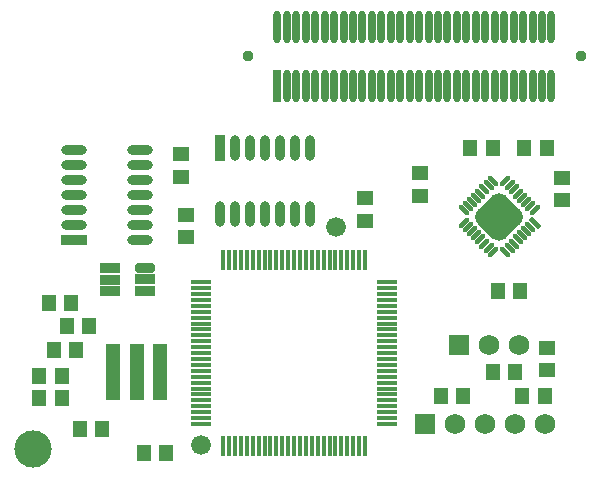
<source format=gbs>
G04 Rezonit PCAD EXPORT*
G04 layer position = 3*
G04 layer base position = 3*
G04 layer type = 9*
G04 layer flash color = 8*
G04 layer line color = 9*
G04*
G04  File:            M_RPL_9092_R1.GBS, Thu Sep 14 14:30:10 2023*
G04  Source:          P-CAD 2006 PCB, Version 19.02.958, (S:\Ïðîåêòû\GIT\R_DX_DXE_âçðûâîçàùèùåííûé_ïóëüò\Pcb\Pcad\M_Rpl_9092_r1.pcb)*
G04  Format:          Gerber Format (RS-274-D), ASCII*
G04*
G04  Format Options:  Absolute Positioning*
G04                   Leading-Zero Suppression*
G04                   Scale Factor 1:1*
G04                   NO Circular Interpolation*
G04                   Millimeter Units*
G04                   Numeric Format: 4.4 (XXXX.XXXX)*
G04                   G54 NOT Used for Aperture Change*
G04                   Apertures Embedded*
G04*
G04  File Options:    Offset = (0.000mm,0.000mm)*
G04                   Drill Symbol Size = 0.000mm*
G04                   No Pad/Via Holes*
G04*
G04  File Contents:   Pads*
G04                   No Vias*
G04                   No Designators*
G04                   No Types*
G04                   No Values*
G04                   No Drill Symbols*
G04                   Bot Mask*
G04*
%INM_RPL_9092_R1.GBS*%
%ICAS*%
%MOMM*%
G04*
G04  Aperture MACROs for general use --- invoked via D-code assignment *
G04*
G04  General MACRO for flashed round with rotation and/or offset hole *
%AMROTOFFROUND*
1,1,$1,0.0000,0.0000*
1,0,$2,$3,$4*%
G04*
G04  General MACRO for flashed oval (obround) with rotation and/or offset hole *
%AMROTOFFOVAL*
21,1,$1,$2,0.0000,0.0000,$3*
1,1,$4,$5,$6*
1,1,$4,0-$5,0-$6*
1,0,$7,$8,$9*%
G04*
G04  General MACRO for flashed oval (obround) with rotation and no hole *
%AMROTOVALNOHOLE*
21,1,$1,$2,0.0000,0.0000,$3*
1,1,$4,$5,$6*
1,1,$4,0-$5,0-$6*%
G04*
G04  General MACRO for flashed rectangle with rotation and/or offset hole *
%AMROTOFFRECT*
21,1,$1,$2,0.0000,0.0000,$3*
1,0,$4,$5,$6*%
G04*
G04  General MACRO for flashed rectangle with rotation and no hole *
%AMROTRECTNOHOLE*
21,1,$1,$2,0.0000,0.0000,$3*%
G04*
G04  General MACRO for flashed rounded-rectangle *
%AMROUNDRECT*
21,1,$1,$2-$4,0.0000,0.0000,$3*
21,1,$1-$4,$2,0.0000,0.0000,$3*
1,1,$4,$5,$6*
1,1,$4,$7,$8*
1,1,$4,0-$5,0-$6*
1,1,$4,0-$7,0-$8*
1,0,$9,$10,$11*%
G04*
G04  General MACRO for flashed rounded-rectangle with rotation and no hole *
%AMROUNDRECTNOHOLE*
21,1,$1,$2-$4,0.0000,0.0000,$3*
21,1,$1-$4,$2,0.0000,0.0000,$3*
1,1,$4,$5,$6*
1,1,$4,$7,$8*
1,1,$4,0-$5,0-$6*
1,1,$4,0-$7,0-$8*%
G04*
G04  General MACRO for flashed regular polygon *
%AMREGPOLY*
5,1,$1,0.0000,0.0000,$2,$3+$4*
1,0,$5,$6,$7*%
G04*
G04  General MACRO for flashed regular polygon with no hole *
%AMREGPOLYNOHOLE*
5,1,$1,0.0000,0.0000,$2,$3+$4*%
G04*
G04  General MACRO for target *
%AMTARGET*
6,0,0,$1,$2,$3,4,$4,$5,$6*%
G04*
G04  General MACRO for mounting hole *
%AMMTHOLE*
1,1,$1,0,0*
1,0,$2,0,0*
$1=$1-$2*
$1=$1/2*
21,1,$2+$1,$3,0,0,$4*
21,1,$3,$2+$1,0,0,$4*%
G04*
G04*
G04  D10 : "Ellipse X0.001mm Y0.001mm H0.000mm 0.0deg (0.000mm,0.000mm) Draw"*
G04  Disc: OuterDia=0.0010*
%ADD10C, 0.0010*%
G04  D11 : "Ellipse X0.254mm Y0.254mm H0.000mm 0.0deg (0.000mm,0.000mm) Draw"*
G04  Disc: OuterDia=0.2540*
%ADD11C, 0.2540*%
G04  D12 : "Ellipse X0.381mm Y0.381mm H0.000mm 0.0deg (0.000mm,0.000mm) Draw"*
G04  Disc: OuterDia=0.3810*
%ADD12C, 0.3810*%
G04  D13 : "Ellipse X0.400mm Y0.400mm H0.000mm 0.0deg (0.000mm,0.000mm) Draw"*
G04  Disc: OuterDia=0.4000*
%ADD13C, 0.4000*%
G04  D14 : "Ellipse X0.100mm Y0.100mm H0.000mm 0.0deg (0.000mm,0.000mm) Draw"*
G04  Disc: OuterDia=0.1000*
%ADD14C, 0.1000*%
G04  D15 : "Ellipse X1.000mm Y1.000mm H0.000mm 0.0deg (0.000mm,0.000mm) Draw"*
G04  Disc: OuterDia=1.0000*
%ADD15C, 1.0000*%
G04  D16 : "Ellipse X0.127mm Y0.127mm H0.000mm 0.0deg (0.000mm,0.000mm) Draw"*
G04  Disc: OuterDia=0.1270*
%ADD16C, 0.1270*%
G04  D17 : "Ellipse X0.150mm Y0.150mm H0.000mm 0.0deg (0.000mm,0.000mm) Draw"*
G04  Disc: OuterDia=0.1500*
%ADD17C, 0.1500*%
G04  D18 : "Ellipse X0.154mm Y0.154mm H0.000mm 0.0deg (0.000mm,0.000mm) Draw"*
G04  Disc: OuterDia=0.1540*
%ADD18C, 0.1540*%
G04  D19 : "Ellipse X0.200mm Y0.200mm H0.000mm 0.0deg (0.000mm,0.000mm) Draw"*
G04  Disc: OuterDia=0.2000*
%ADD19C, 0.2000*%
G04  D20 : "Ellipse X0.250mm Y0.250mm H0.000mm 0.0deg (0.000mm,0.000mm) Draw"*
G04  Disc: OuterDia=0.2500*
%ADD20C, 0.2500*%
G04  D21 : "Ellipse X3.152mm Y3.152mm H0.000mm 0.0deg (0.000mm,0.000mm) Flash"*
G04  Disc: OuterDia=3.1520*
%ADD21C, 3.1520*%
G04  D22 : "Ellipse X0.952mm Y0.952mm H0.000mm 0.0deg (0.000mm,0.000mm) Flash"*
G04  Disc: OuterDia=0.9520*
%ADD22C, 0.9520*%
G04  D23 : "Ellipse X1.524mm Y1.524mm H0.000mm 0.0deg (0.000mm,0.000mm) Flash"*
G04  Disc: OuterDia=1.5240*
%ADD23C, 1.5240*%
G04  D24 : "Ellipse X1.600mm Y1.600mm H0.000mm 0.0deg (0.000mm,0.000mm) Flash"*
G04  Disc: OuterDia=1.6000*
%ADD24C, 1.6000*%
G04  D25 : "Ellipse X1.676mm Y1.676mm H0.000mm 0.0deg (0.000mm,0.000mm) Flash"*
G04  Disc: OuterDia=1.6760*
%ADD25C, 1.6760*%
G04  D26 : "Ellipse X1.752mm Y1.752mm H0.000mm 0.0deg (0.000mm,0.000mm) Flash"*
G04  Disc: OuterDia=1.7520*
%ADD26C, 1.7520*%
G04  D27 : "Mounting Hole X3.000mm Y3.000mm H0.000mm 0.0deg (0.000mm,0.000mm) Flash"*
G04  Mounting Hole: Diameter=3.0000, Rotation=0.0, LineWidth=0.1270 *
%ADD27MTHOLE, 3.0000 X2.4920 X0.1270 X0.0*%
G04  D28 : "Mounting Hole X0.800mm Y0.800mm H0.000mm 0.0deg (0.000mm,0.000mm) Flash"*
G04  Mounting Hole: Diameter=0.8000, Rotation=0.0, LineWidth=0.1270 *
%ADD28MTHOLE, 0.8000 X0.2920 X0.1270 X0.0*%
G04  D29 : "Oval X0.500mm Y2.600mm H0.000mm 0.0deg (0.000mm,0.000mm) Flash"*
G04  Obround: DimX=0.5000, DimY=2.6000, Rotation=0.0, OffsetX=0.0000, OffsetY=0.0000, HoleDia=0.0000 *
%ADD29O, 0.5000 X2.6000*%
G04  D30 : "Oval X0.652mm Y2.752mm H0.000mm 0.0deg (0.000mm,0.000mm) Flash"*
G04  Obround: DimX=0.6520, DimY=2.7520, Rotation=0.0, OffsetX=0.0000, OffsetY=0.0000, HoleDia=0.0000 *
%ADD30O, 0.6520 X2.7520*%
G04  D31 : "Oval X0.280mm Y1.000mm H0.000mm 135.0deg (0.000mm,0.000mm) Flash"*
G04  Obround: DimX=0.2800, DimY=1.0000, Rotation=135.0, OffsetX=0.0000, OffsetY=0.0000, HoleDia=0.0000 *
%ADD31ROTOVALNOHOLE, 0.2800 X0.7200 X135.0 X0.2800 X0.2546 X0.2546*%
G04  D32 : "Oval X0.280mm Y1.000mm H0.000mm 225.0deg (0.000mm,0.000mm) Flash"*
G04  Obround: DimX=0.2800, DimY=1.0000, Rotation=225.0, OffsetX=0.0000, OffsetY=0.0000, HoleDia=0.0000 *
%ADD32ROTOVALNOHOLE, 0.2800 X0.7200 X225.0 X0.2800 X-0.2546 X0.2546*%
G04  D33 : "Oval X0.432mm Y1.152mm H0.000mm 135.0deg (0.000mm,0.000mm) Flash"*
G04  Obround: DimX=0.4320, DimY=1.1520, Rotation=135.0, OffsetX=0.0000, OffsetY=0.0000, HoleDia=0.0000 *
%ADD33ROTOVALNOHOLE, 0.4320 X0.7200 X135.0 X0.4320 X0.2546 X0.2546*%
G04  D34 : "Oval X0.432mm Y1.152mm H0.000mm 225.0deg (0.000mm,0.000mm) Flash"*
G04  Obround: DimX=0.4320, DimY=1.1520, Rotation=225.0, OffsetX=0.0000, OffsetY=0.0000, HoleDia=0.0000 *
%ADD34ROTOVALNOHOLE, 0.4320 X0.7200 X225.0 X0.4320 X-0.2546 X0.2546*%
G04  D35 : "Oval X2.032mm Y0.660mm H0.000mm 0.0deg (0.000mm,0.000mm) Flash"*
G04  Obround: DimX=2.0320, DimY=0.6604, Rotation=0.0, OffsetX=0.0000, OffsetY=0.0000, HoleDia=0.0000 *
%ADD35O, 2.0320 X0.6604*%
G04  D36 : "Oval X0.660mm Y2.032mm H0.000mm 0.0deg (0.000mm,0.000mm) Flash"*
G04  Obround: DimX=0.6604, DimY=2.0320, Rotation=0.0, OffsetX=0.0000, OffsetY=0.0000, HoleDia=0.0000 *
%ADD36O, 0.6604 X2.0320*%
G04  D37 : "Oval X2.184mm Y0.812mm H0.000mm 0.0deg (0.000mm,0.000mm) Flash"*
G04  Obround: DimX=2.1840, DimY=0.8124, Rotation=0.0, OffsetX=0.0000, OffsetY=0.0000, HoleDia=0.0000 *
%ADD37O, 2.1840 X0.8124*%
G04  D38 : "Oval X0.812mm Y2.184mm H0.000mm 0.0deg (0.000mm,0.000mm) Flash"*
G04  Obround: DimX=0.8124, DimY=2.1840, Rotation=0.0, OffsetX=0.0000, OffsetY=0.0000, HoleDia=0.0000 *
%ADD38O, 0.8124 X2.1840*%
G04  D39 : "Rounded Rectangle X3.200mm Y3.200mm H0.000mm 225.0deg (0.000mm,0.000mm) Flash"*
G04  RoundRct: DimX=3.2000, DimY=3.2000, CornerRad=0.8000, Rotation=225.0, OffsetX=0.0000, OffsetY=0.0000, HoleDia=0.0000 *
%ADD39ROUNDRECTNOHOLE, 3.2000 X3.2000 X225.0 X1.6000 X0.0000 X1.1314 X1.1314 X-0.0000*%
G04  D40 : "Rounded Rectangle X3.352mm Y3.352mm H0.000mm 225.0deg (0.000mm,0.000mm) Flash"*
G04  RoundRct: DimX=3.3520, DimY=3.3520, CornerRad=0.8380, Rotation=225.0, OffsetX=0.0000, OffsetY=0.0000, HoleDia=0.0000 *
%ADD40ROUNDRECTNOHOLE, 3.3520 X3.3520 X225.0 X1.6760 X0.0000 X1.1851 X1.1851 X-0.0000*%
G04  D41 : "Rounded Rectangle X1.500mm Y0.660mm H0.000mm 0.0deg (0.000mm,0.000mm) Flash"*
G04  RoundRct: DimX=1.5000, DimY=0.6604, CornerRad=0.1651, Rotation=0.0, OffsetX=0.0000, OffsetY=0.0000, HoleDia=0.0000 *
%ADD41ROUNDRECTNOHOLE, 1.5000 X0.6604 X0.0 X0.3302 X-0.5849 X-0.1651 X-0.5849 X0.1651*%
G04  D42 : "Rounded Rectangle X1.652mm Y0.812mm H0.000mm 0.0deg (0.000mm,0.000mm) Flash"*
G04  RoundRct: DimX=1.6520, DimY=0.8124, CornerRad=0.2031, Rotation=0.0, OffsetX=0.0000, OffsetY=0.0000, HoleDia=0.0000 *
%ADD42ROUNDRECTNOHOLE, 1.6520 X0.8124 X0.0 X0.4062 X-0.6229 X-0.2031 X-0.6229 X0.2031*%
G04  D43 : "Rectangle X0.500mm Y2.600mm H0.000mm 0.0deg (0.000mm,0.000mm) Flash"*
G04  Rectangular: DimX=0.5000, DimY=2.6000, Rotation=0.0, OffsetX=0.0000, OffsetY=0.0000, HoleDia=0.0000 *
%ADD43R, 0.5000 X2.6000*%
G04  D44 : "Rectangle X0.652mm Y2.752mm H0.000mm 0.0deg (0.000mm,0.000mm) Flash"*
G04  Rectangular: DimX=0.6520, DimY=2.7520, Rotation=0.0, OffsetX=0.0000, OffsetY=0.0000, HoleDia=0.0000 *
%ADD44R, 0.6520 X2.7520*%
G04  D45 : "Rectangle X0.280mm Y1.000mm H0.000mm 225.0deg (0.000mm,0.000mm) Flash"*
G04  Rectangular: DimX=0.2800, DimY=1.0000, Rotation=225.0, OffsetX=0.0000, OffsetY=0.0000, HoleDia=0.0000 *
%ADD45ROTRECTNOHOLE, 0.2800 X1.0000 X225.0*%
G04  D46 : "Rectangle X2.150mm Y3.500mm H0.000mm 0.0deg (0.000mm,0.000mm) Flash"*
G04  Rectangular: DimX=2.1500, DimY=3.5000, Rotation=0.0, OffsetX=0.0000, OffsetY=0.0000, HoleDia=0.0000 *
%ADD46R, 2.1500 X3.5000*%
G04  D47 : "Rectangle X2.302mm Y3.652mm H0.000mm 0.0deg (0.000mm,0.000mm) Flash"*
G04  Rectangular: DimX=2.3020, DimY=3.6520, Rotation=0.0, OffsetX=0.0000, OffsetY=0.0000, HoleDia=0.0000 *
%ADD47R, 2.3020 X3.6520*%
G04  D48 : "Rectangle X0.402mm Y1.752mm H0.000mm 0.0deg (0.000mm,0.000mm) Flash"*
G04  Rectangular: DimX=0.4020, DimY=1.7520, Rotation=0.0, OffsetX=0.0000, OffsetY=0.0000, HoleDia=0.0000 *
%ADD48R, 0.4020 X1.7520*%
G04  D49 : "Rectangle X1.752mm Y0.402mm H0.000mm 0.0deg (0.000mm,0.000mm) Flash"*
G04  Rectangular: DimX=1.7520, DimY=0.4020, Rotation=0.0, OffsetX=0.0000, OffsetY=0.0000, HoleDia=0.0000 *
%ADD49R, 1.7520 X0.4020*%
G04  D50 : "Rectangle X0.432mm Y1.152mm H0.000mm 225.0deg (0.000mm,0.000mm) Flash"*
G04  Rectangular: DimX=0.4320, DimY=1.1520, Rotation=225.0, OffsetX=0.0000, OffsetY=0.0000, HoleDia=0.0000 *
%ADD50ROTRECTNOHOLE, 0.4320 X1.1520 X225.0*%
G04  D51 : "Rectangle X1.100mm Y4.600mm H0.000mm 0.0deg (0.000mm,0.000mm) Flash"*
G04  Rectangular: DimX=1.1000, DimY=4.6000, Rotation=0.0, OffsetX=0.0000, OffsetY=0.0000, HoleDia=0.0000 *
%ADD51R, 1.1000 X4.6000*%
G04  D52 : "Rectangle X1.252mm Y4.752mm H0.000mm 0.0deg (0.000mm,0.000mm) Flash"*
G04  Rectangular: DimX=1.2520, DimY=4.7520, Rotation=0.0, OffsetX=0.0000, OffsetY=0.0000, HoleDia=0.0000 *
%ADD52R, 1.2520 X4.7520*%
G04  D53 : "Rectangle X1.100mm Y1.200mm H0.000mm 0.0deg (0.000mm,0.000mm) Flash"*
G04  Rectangular: DimX=1.1000, DimY=1.2000, Rotation=0.0, OffsetX=0.0000, OffsetY=0.0000, HoleDia=0.0000 *
%ADD53R, 1.1000 X1.2000*%
G04  D54 : "Rectangle X1.200mm Y1.100mm H0.000mm 0.0deg (0.000mm,0.000mm) Flash"*
G04  Rectangular: DimX=1.2000, DimY=1.1000, Rotation=0.0, OffsetX=0.0000, OffsetY=0.0000, HoleDia=0.0000 *
%ADD54R, 1.2000 X1.1000*%
G04  D55 : "Rectangle X2.150mm Y1.100mm H0.000mm 0.0deg (0.000mm,0.000mm) Flash"*
G04  Rectangular: DimX=2.1500, DimY=1.1000, Rotation=0.0, OffsetX=0.0000, OffsetY=0.0000, HoleDia=0.0000 *
%ADD55R, 2.1500 X1.1000*%
G04  D56 : "Rectangle X2.150mm Y1.100mm H0.000mm 0.0deg (0.000mm,0.000mm) Flash"*
G04  Rectangular: DimX=2.1500, DimY=1.1000, Rotation=0.0, OffsetX=0.0000, OffsetY=0.0000, HoleDia=0.0000 *
%ADD56R, 2.1500 X1.1000*%
G04  D57 : "Rectangle X1.200mm Y1.200mm H0.000mm 0.0deg (0.000mm,0.000mm) Flash"*
G04  Square: Side=1.2000, Rotation=0.0, OffsetX=0.0000, OffsetY=0.0000, HoleDia=0.0000*
%ADD57R, 1.2000 X1.2000*%
G04  D58 : "Rectangle X1.252mm Y1.352mm H0.000mm 0.0deg (0.000mm,0.000mm) Flash"*
G04  Rectangular: DimX=1.2520, DimY=1.3520, Rotation=0.0, OffsetX=0.0000, OffsetY=0.0000, HoleDia=0.0000 *
%ADD58R, 1.2520 X1.3520*%
G04  D59 : "Rectangle X1.352mm Y1.252mm H0.000mm 0.0deg (0.000mm,0.000mm) Flash"*
G04  Rectangular: DimX=1.3520, DimY=1.2520, Rotation=0.0, OffsetX=0.0000, OffsetY=0.0000, HoleDia=0.0000 *
%ADD59R, 1.3520 X1.2520*%
G04  D60 : "Rectangle X2.302mm Y1.252mm H0.000mm 0.0deg (0.000mm,0.000mm) Flash"*
G04  Rectangular: DimX=2.3020, DimY=1.2520, Rotation=0.0, OffsetX=0.0000, OffsetY=0.0000, HoleDia=0.0000 *
%ADD60R, 2.3020 X1.2520*%
G04  D61 : "Rectangle X2.302mm Y1.252mm H0.000mm 0.0deg (0.000mm,0.000mm) Flash"*
G04  Rectangular: DimX=2.3020, DimY=1.2520, Rotation=0.0, OffsetX=0.0000, OffsetY=0.0000, HoleDia=0.0000 *
%ADD61R, 2.3020 X1.2520*%
G04  D62 : "Rectangle X1.352mm Y1.352mm H0.000mm 0.0deg (0.000mm,0.000mm) Flash"*
G04  Square: Side=1.3520, Rotation=0.0, OffsetX=0.0000, OffsetY=0.0000, HoleDia=0.0000*
%ADD62R, 1.3520 X1.3520*%
G04  D63 : "Rectangle X1.500mm Y0.660mm H0.000mm 0.0deg (0.000mm,0.000mm) Flash"*
G04  Rectangular: DimX=1.5000, DimY=0.6604, Rotation=0.0, OffsetX=0.0000, OffsetY=0.0000, HoleDia=0.0000 *
%ADD63R, 1.5000 X0.6604*%
G04  D64 : "Rectangle X1.600mm Y1.600mm H0.000mm 0.0deg (0.000mm,0.000mm) Flash"*
G04  Square: Side=1.6000, Rotation=0.0, OffsetX=0.0000, OffsetY=0.0000, HoleDia=0.0000*
%ADD64R, 1.6000 X1.6000*%
G04  D65 : "Rectangle X1.652mm Y0.812mm H0.000mm 0.0deg (0.000mm,0.000mm) Flash"*
G04  Rectangular: DimX=1.6520, DimY=0.8124, Rotation=0.0, OffsetX=0.0000, OffsetY=0.0000, HoleDia=0.0000 *
%ADD65R, 1.6520 X0.8124*%
G04  D66 : "Rectangle X1.752mm Y1.752mm H0.000mm 0.0deg (0.000mm,0.000mm) Flash"*
G04  Square: Side=1.7520, Rotation=0.0, OffsetX=0.0000, OffsetY=0.0000, HoleDia=0.0000*
%ADD66R, 1.7520 X1.7520*%
G04  D67 : "Rectangle X2.032mm Y0.660mm H0.000mm 0.0deg (0.000mm,0.000mm) Flash"*
G04  Rectangular: DimX=2.0320, DimY=0.6604, Rotation=0.0, OffsetX=0.0000, OffsetY=0.0000, HoleDia=0.0000 *
%ADD67R, 2.0320 X0.6604*%
G04  D68 : "Rectangle X0.660mm Y2.032mm H0.000mm 0.0deg (0.000mm,0.000mm) Flash"*
G04  Rectangular: DimX=0.6604, DimY=2.0320, Rotation=0.0, OffsetX=0.0000, OffsetY=0.0000, HoleDia=0.0000 *
%ADD68R, 0.6604 X2.0320*%
G04  D69 : "Rectangle X2.184mm Y0.812mm H0.000mm 0.0deg (0.000mm,0.000mm) Flash"*
G04  Rectangular: DimX=2.1840, DimY=0.8124, Rotation=0.0, OffsetX=0.0000, OffsetY=0.0000, HoleDia=0.0000 *
%ADD69R, 2.1840 X0.8124*%
G04  D70 : "Rectangle X0.812mm Y2.184mm H0.000mm 0.0deg (0.000mm,0.000mm) Flash"*
G04  Rectangular: DimX=0.8124, DimY=2.1840, Rotation=0.0, OffsetX=0.0000, OffsetY=0.0000, HoleDia=0.0000 *
%ADD70R, 0.8124 X2.1840*%
G04  D71 : "Rectangle X1.600mm Y2.200mm H0.000mm 0.0deg (0.000mm,0.000mm) Flash"*
G04  Rectangular: DimX=1.6000, DimY=2.2000, Rotation=0.0, OffsetX=0.0000, OffsetY=0.0000, HoleDia=0.0000 *
%ADD71R, 1.6000 X2.2000*%
G04  D72 : "Rectangle X0.250mm Y1.600mm H0.000mm 0.0deg (0.000mm,0.000mm) Flash"*
G04  Rectangular: DimX=0.2500, DimY=1.6000, Rotation=0.0, OffsetX=0.0000, OffsetY=0.0000, HoleDia=0.0000 *
%ADD72R, 0.2500 X1.6000*%
G04  D73 : "Rectangle X1.600mm Y0.250mm H0.000mm 0.0deg (0.000mm,0.000mm) Flash"*
G04  Rectangular: DimX=1.6000, DimY=0.2500, Rotation=0.0, OffsetX=0.0000, OffsetY=0.0000, HoleDia=0.0000 *
%ADD73R, 1.6000 X0.2500*%
G04  D74 : "Rectangle X1.800mm Y2.400mm H0.000mm 0.0deg (0.000mm,0.000mm) Flash"*
G04  Rectangular: DimX=1.8000, DimY=2.4000, Rotation=0.0, OffsetX=0.0000, OffsetY=0.0000, HoleDia=0.0000 *
%ADD74R, 1.8000 X2.4000*%
G04  D75 : "Ellipse X1.000mm Y1.000mm H0.000mm 0.0deg (0.000mm,0.000mm) Flash"*
G04  Disc: OuterDia=1.0000*
%ADD75C, 1.0000*%
G04  D76 : "Ellipse X1.152mm Y1.152mm H0.000mm 0.0deg (0.000mm,0.000mm) Flash"*
G04  Disc: OuterDia=1.1520*
%ADD76C, 1.1520*%
G04*
%FSLAX44Y44*%
%SFA1B1*%
%OFA0.000B0.000*%
G04*
G71*
G90*
G01*
D2*
%LNBot Mask*%
D21*
X6654000Y10154000D3*
D58*
X6678525Y10197000D3*
X6659525D3*
X6671475Y10238000D3*
X6690475D3*
X6747915Y10150280D3*
X6766915D3*
D25*
X6796000Y10157000D3*
X6911000Y10342000D3*
D58*
X6667475Y10278000D3*
X6686475D3*
D52*
X6741858Y10219272D3*
X6761858D3*
X6721858D3*
D65*
X6749000Y10288000D3*
Y10297500D3*
D42*
Y10307000D3*
D65*
X6719000Y10288000D3*
X6719028Y10297475D3*
X6719000Y10307000D3*
D58*
X7043475Y10219000D3*
X7062475D3*
D59*
X6982000Y10368475D3*
Y10387475D3*
X7102000Y10364475D3*
Y10383475D3*
D58*
X6693794Y10171044D3*
X6712794D3*
X6682475Y10258000D3*
X6701475D3*
D59*
X6779000Y10403525D3*
Y10384525D3*
D58*
X7088887Y10408775D3*
X7069887D3*
X6678525Y10216000D3*
X6659525D3*
D49*
X6796113Y10175174D3*
Y10180174D3*
Y10185174D3*
Y10190174D3*
Y10195174D3*
Y10200174D3*
Y10205174D3*
Y10210174D3*
Y10215174D3*
Y10220174D3*
Y10225174D3*
Y10230174D3*
X6954113Y10175174D3*
Y10180174D3*
Y10185174D3*
Y10190174D3*
Y10195174D3*
Y10200174D3*
Y10205174D3*
Y10210174D3*
Y10215174D3*
Y10220174D3*
Y10225174D3*
Y10230174D3*
X6796113Y10240174D3*
Y10245174D3*
Y10250174D3*
Y10255174D3*
Y10260174D3*
Y10265174D3*
Y10270174D3*
Y10275174D3*
Y10280174D3*
Y10285174D3*
Y10290174D3*
Y10295174D3*
X6954113Y10240174D3*
Y10245174D3*
Y10250174D3*
Y10255174D3*
Y10260174D3*
Y10265174D3*
Y10270174D3*
Y10275174D3*
Y10280174D3*
Y10285174D3*
Y10290174D3*
Y10295174D3*
D48*
X6815113Y10156174D3*
X6820113D3*
X6825113D3*
X6830113D3*
X6835113D3*
X6840113D3*
X6845113D3*
X6850113D3*
X6855113D3*
X6860113D3*
X6865113D3*
X6870113D3*
X6880113D3*
X6885113D3*
X6890113D3*
X6895113D3*
X6900113D3*
X6905113D3*
X6910113D3*
X6915113D3*
X6920113D3*
X6925113D3*
X6930113D3*
X6935113D3*
X6815113Y10314174D3*
X6820113D3*
X6825113D3*
X6830113D3*
X6835113D3*
X6840113D3*
X6845113D3*
X6850113D3*
X6855113D3*
X6860113D3*
X6865113D3*
X6870113D3*
X6880113D3*
X6885113D3*
X6890113D3*
X6895113D3*
X6900113D3*
X6905113D3*
X6910113D3*
X6915113D3*
X6920113D3*
X6925113D3*
X6930113D3*
X6935113D3*
X6875113Y10156174D3*
D49*
X6796113Y10235174D3*
X6954113D3*
D48*
X6875113Y10314174D3*
D58*
X7018525Y10199000D3*
X6999525D3*
D59*
X6784000Y10333475D3*
Y10352475D3*
X6935574Y10366068D3*
Y10347068D3*
D58*
X7068475Y10199000D3*
X7087475D3*
D59*
X7089000Y10220475D3*
Y10239475D3*
D38*
X6888200Y10409000D3*
X6850100D3*
X6862800D3*
X6875500D3*
X6824700D3*
D70*
X6812000D3*
D38*
X6888200Y10353120D3*
X6850100D3*
X6862800D3*
X6875500D3*
X6812000D3*
X6824700D3*
X6837400Y10409000D3*
Y10353120D3*
D26*
X7087600Y10175000D3*
X7062200D3*
X7011400D3*
D66*
X6986000D3*
D26*
X7036800D3*
X7065647Y10241980D3*
D66*
X7014847D3*
D26*
X7040247D3*
D58*
X7024459Y10408762D3*
X7043459D3*
X7047475Y10288000D3*
X7066475D3*
D33*
X7078715Y10356100D3*
X7075179Y10359635D3*
X7071644Y10363171D3*
X7061037Y10373778D3*
X7057501Y10377313D3*
X7053966Y10380849D3*
D34*
X7043359D3*
X7039824Y10377313D3*
X7036288Y10373778D3*
D33*
X7068108Y10366706D3*
X7064572Y10370242D3*
X7043359Y10320745D3*
X7039824Y10324280D3*
X7036288Y10327816D3*
X7025682Y10338422D3*
X7022146Y10341958D3*
X7018611Y10345493D3*
D34*
X7025682Y10363171D3*
X7022146Y10359635D3*
X7018611Y10356100D3*
D33*
X7032753Y10331351D3*
X7029217Y10334887D3*
D34*
X7075179Y10341958D3*
X7071644Y10338422D3*
D50*
X7078715Y10345493D3*
D34*
X7061037Y10327816D3*
X7057501Y10324280D3*
X7053966Y10320745D3*
X7032753Y10370242D3*
X7029217Y10366706D3*
D40*
X7048663Y10350797D3*
D34*
X7068108Y10334887D3*
X7064572Y10331351D3*
D44*
X6860999Y10461000D3*
D30*
X6884999D3*
X6892999D3*
X6876999D3*
X6868999D3*
D22*
X6836000Y10486400D3*
D30*
X6924999Y10461000D3*
X6916999D3*
X6908999D3*
X6940999D3*
X6932999D3*
X6956999D3*
X6964999D3*
X6948999D3*
X6996999D3*
X6988999D3*
X7004999D3*
X7012999D3*
X7036999D3*
X7044999D3*
X7028999D3*
X7020999D3*
X7076999D3*
X7068999D3*
X7060999D3*
X7092999D3*
X7084999D3*
D22*
X7118000Y10486400D3*
D30*
X6900999Y10461000D3*
X6980999D3*
X6972999D3*
X7052999D3*
X6860999Y10511000D3*
X6884999D3*
X6892999D3*
X6876999D3*
X6868999D3*
X6924999D3*
X6916999D3*
X6908999D3*
X6940999D3*
X6932999D3*
X6956999D3*
X6964999D3*
X6948999D3*
X6996999D3*
X6988999D3*
X7004999D3*
X7012999D3*
X7036999D3*
X7044999D3*
X7028999D3*
X7020999D3*
X7076999D3*
X7068999D3*
X7060999D3*
X7092999D3*
X7084999D3*
X6900999D3*
X6980999D3*
X6972999D3*
X7052999D3*
D37*
X6689000Y10407200D3*
Y10369100D3*
Y10381800D3*
Y10394500D3*
Y10343700D3*
D69*
Y10331000D3*
D37*
X6744880Y10407200D3*
Y10369100D3*
Y10381800D3*
Y10394500D3*
Y10331000D3*
Y10343700D3*
X6689000Y10356400D3*
X6744880D3*
D02M02*

</source>
